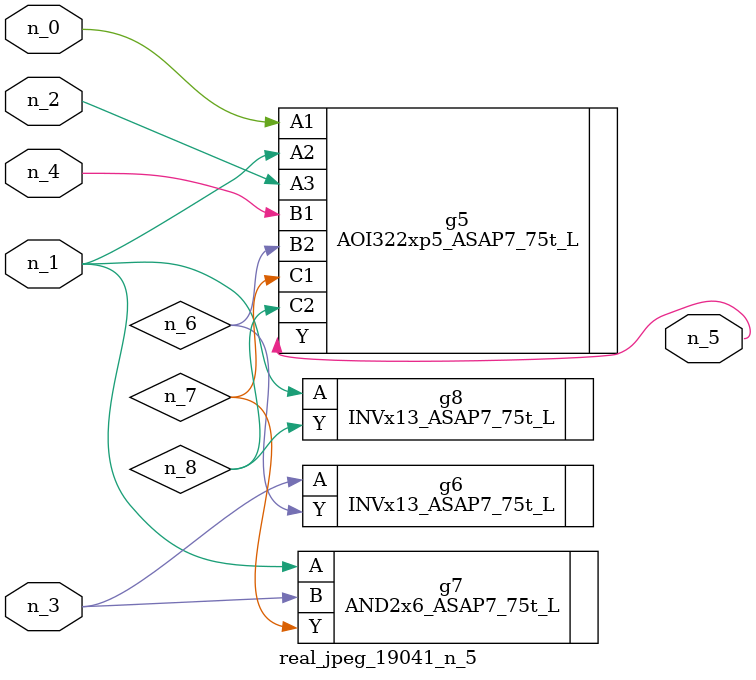
<source format=v>
module real_jpeg_19041_n_5 (n_4, n_0, n_1, n_2, n_3, n_5);

input n_4;
input n_0;
input n_1;
input n_2;
input n_3;

output n_5;

wire n_8;
wire n_6;
wire n_7;

AOI322xp5_ASAP7_75t_L g5 ( 
.A1(n_0),
.A2(n_1),
.A3(n_2),
.B1(n_4),
.B2(n_6),
.C1(n_7),
.C2(n_8),
.Y(n_5)
);

AND2x6_ASAP7_75t_L g7 ( 
.A(n_1),
.B(n_3),
.Y(n_7)
);

INVx13_ASAP7_75t_L g8 ( 
.A(n_1),
.Y(n_8)
);

INVx13_ASAP7_75t_L g6 ( 
.A(n_3),
.Y(n_6)
);


endmodule
</source>
